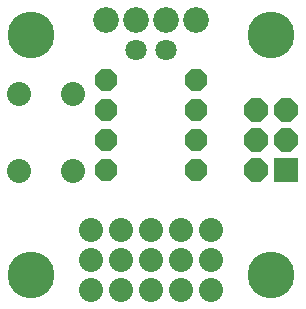
<source format=gbs>
G75*
%MOIN*%
%OFA0B0*%
%FSLAX25Y25*%
%IPPOS*%
%LPD*%
%AMOC8*
5,1,8,0,0,1.08239X$1,22.5*
%
%ADD10C,0.15600*%
%ADD11OC8,0.07400*%
%ADD12R,0.08000X0.08000*%
%ADD13OC8,0.08000*%
%ADD14C,0.08600*%
%ADD15C,0.08000*%
%ADD16C,0.07100*%
D10*
X0016000Y0016000D03*
X0096000Y0016000D03*
X0096000Y0096000D03*
X0016000Y0096000D03*
D11*
X0041000Y0081000D03*
X0041000Y0071000D03*
X0041000Y0061000D03*
X0041000Y0051000D03*
X0071000Y0051000D03*
X0071000Y0061000D03*
X0071000Y0071000D03*
X0071000Y0081000D03*
D12*
X0101000Y0051000D03*
D13*
X0101000Y0061000D03*
X0101000Y0071000D03*
X0091000Y0071000D03*
X0091000Y0061000D03*
X0091000Y0051000D03*
D14*
X0071000Y0101000D03*
X0061000Y0101000D03*
X0051000Y0101000D03*
X0041000Y0101000D03*
D15*
X0029900Y0076300D03*
X0012100Y0076300D03*
X0012100Y0050700D03*
X0029900Y0050700D03*
X0036000Y0031000D03*
X0036000Y0021000D03*
X0036000Y0011000D03*
X0046000Y0011000D03*
X0046000Y0021000D03*
X0046000Y0031000D03*
X0056000Y0031000D03*
X0056000Y0021000D03*
X0056000Y0011000D03*
X0066000Y0011000D03*
X0066000Y0021000D03*
X0066000Y0031000D03*
X0076000Y0031000D03*
X0076000Y0021000D03*
X0076000Y0011000D03*
D16*
X0061000Y0091000D03*
X0051000Y0091000D03*
M02*

</source>
